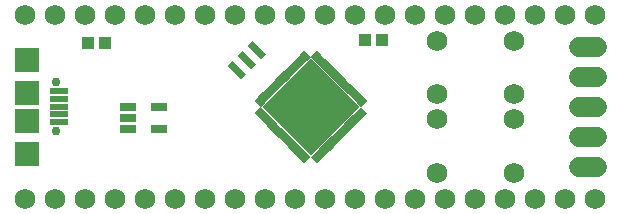
<source format=gbr>
G04 EAGLE Gerber RS-274X export*
G75*
%MOMM*%
%FSLAX34Y34*%
%LPD*%
%INSoldermask Top*%
%IPPOS*%
%AMOC8*
5,1,8,0,0,1.08239X$1,22.5*%
G01*
%ADD10R,1.603197X0.603200*%
%ADD11R,0.503200X0.753200*%
%ADD12R,5.803200X5.803200*%
%ADD13R,1.003200X1.003200*%
%ADD14C,1.727200*%
%ADD15R,1.403200X0.753200*%
%ADD16C,1.727200*%
%ADD17R,1.553200X0.603200*%
%ADD18R,2.103200X2.003200*%
%ADD19R,2.103200X2.103200*%
%ADD20C,0.753200*%


D10*
G36*
X-41955Y154673D02*
X-53290Y166008D01*
X-49025Y170273D01*
X-37690Y158938D01*
X-41955Y154673D01*
G37*
G36*
X-50440Y146188D02*
X-61775Y157523D01*
X-57510Y161788D01*
X-46175Y150453D01*
X-50440Y146188D01*
G37*
G36*
X-58925Y137702D02*
X-70260Y149037D01*
X-65995Y153302D01*
X-54660Y141967D01*
X-58925Y137702D01*
G37*
D11*
G36*
X-8565Y158534D02*
X-5006Y162093D01*
X319Y156768D01*
X-3240Y153209D01*
X-8565Y158534D01*
G37*
G36*
X-12101Y154997D02*
X-8542Y158556D01*
X-3217Y153231D01*
X-6776Y149672D01*
X-12101Y154997D01*
G37*
G36*
X-15638Y151460D02*
X-12079Y155019D01*
X-6754Y149694D01*
X-10313Y146135D01*
X-15638Y151460D01*
G37*
G36*
X-19174Y147924D02*
X-15615Y151483D01*
X-10290Y146158D01*
X-13849Y142599D01*
X-19174Y147924D01*
G37*
G36*
X-22710Y144388D02*
X-19151Y147947D01*
X-13826Y142622D01*
X-17385Y139063D01*
X-22710Y144388D01*
G37*
G36*
X-26246Y140852D02*
X-22687Y144411D01*
X-17362Y139086D01*
X-20921Y135527D01*
X-26246Y140852D01*
G37*
G36*
X-29783Y137315D02*
X-26224Y140874D01*
X-20899Y135549D01*
X-24458Y131990D01*
X-29783Y137315D01*
G37*
G36*
X-33320Y133778D02*
X-29761Y137337D01*
X-24436Y132012D01*
X-27995Y128453D01*
X-33320Y133778D01*
G37*
G36*
X-36856Y130242D02*
X-33297Y133801D01*
X-27972Y128476D01*
X-31531Y124917D01*
X-36856Y130242D01*
G37*
G36*
X-40392Y126706D02*
X-36833Y130265D01*
X-31508Y124940D01*
X-35067Y121381D01*
X-40392Y126706D01*
G37*
G36*
X-43929Y123169D02*
X-40370Y126728D01*
X-35045Y121403D01*
X-38604Y117844D01*
X-43929Y123169D01*
G37*
G36*
X-47465Y119633D02*
X-43906Y123192D01*
X-38581Y117867D01*
X-42140Y114308D01*
X-47465Y119633D01*
G37*
G36*
X-42140Y114292D02*
X-38581Y110733D01*
X-43906Y105408D01*
X-47465Y108967D01*
X-42140Y114292D01*
G37*
G36*
X-38604Y110756D02*
X-35045Y107197D01*
X-40370Y101872D01*
X-43929Y105431D01*
X-38604Y110756D01*
G37*
G36*
X-35067Y107219D02*
X-31508Y103660D01*
X-36833Y98335D01*
X-40392Y101894D01*
X-35067Y107219D01*
G37*
G36*
X-31531Y103683D02*
X-27972Y100124D01*
X-33297Y94799D01*
X-36856Y98358D01*
X-31531Y103683D01*
G37*
G36*
X-27995Y100147D02*
X-24436Y96588D01*
X-29761Y91263D01*
X-33320Y94822D01*
X-27995Y100147D01*
G37*
G36*
X-24458Y96610D02*
X-20899Y93051D01*
X-26224Y87726D01*
X-29783Y91285D01*
X-24458Y96610D01*
G37*
G36*
X-20921Y93073D02*
X-17362Y89514D01*
X-22687Y84189D01*
X-26246Y87748D01*
X-20921Y93073D01*
G37*
G36*
X-17385Y89537D02*
X-13826Y85978D01*
X-19151Y80653D01*
X-22710Y84212D01*
X-17385Y89537D01*
G37*
G36*
X-13849Y86001D02*
X-10290Y82442D01*
X-15615Y77117D01*
X-19174Y80676D01*
X-13849Y86001D01*
G37*
G36*
X-10313Y82465D02*
X-6754Y78906D01*
X-12079Y73581D01*
X-15638Y77140D01*
X-10313Y82465D01*
G37*
G36*
X-6776Y78928D02*
X-3217Y75369D01*
X-8542Y70044D01*
X-12101Y73603D01*
X-6776Y78928D01*
G37*
G36*
X-3240Y75391D02*
X319Y71832D01*
X-5006Y66507D01*
X-8565Y70066D01*
X-3240Y75391D01*
G37*
G36*
X335Y71832D02*
X3894Y75391D01*
X9219Y70066D01*
X5660Y66507D01*
X335Y71832D01*
G37*
G36*
X3871Y75369D02*
X7430Y78928D01*
X12755Y73603D01*
X9196Y70044D01*
X3871Y75369D01*
G37*
G36*
X7408Y78906D02*
X10967Y82465D01*
X16292Y77140D01*
X12733Y73581D01*
X7408Y78906D01*
G37*
G36*
X10945Y82442D02*
X14504Y86001D01*
X19829Y80676D01*
X16270Y77117D01*
X10945Y82442D01*
G37*
G36*
X14481Y85978D02*
X18040Y89537D01*
X23365Y84212D01*
X19806Y80653D01*
X14481Y85978D01*
G37*
G36*
X18017Y89514D02*
X21576Y93073D01*
X26901Y87748D01*
X23342Y84189D01*
X18017Y89514D01*
G37*
G36*
X21554Y93051D02*
X25113Y96610D01*
X30438Y91285D01*
X26879Y87726D01*
X21554Y93051D01*
G37*
G36*
X25090Y96588D02*
X28649Y100147D01*
X33974Y94822D01*
X30415Y91263D01*
X25090Y96588D01*
G37*
G36*
X28626Y100124D02*
X32185Y103683D01*
X37510Y98358D01*
X33951Y94799D01*
X28626Y100124D01*
G37*
G36*
X32163Y103660D02*
X35722Y107219D01*
X41047Y101894D01*
X37488Y98335D01*
X32163Y103660D01*
G37*
G36*
X35700Y107197D02*
X39259Y110756D01*
X44584Y105431D01*
X41025Y101872D01*
X35700Y107197D01*
G37*
G36*
X39236Y110733D02*
X42795Y114292D01*
X48120Y108967D01*
X44561Y105408D01*
X39236Y110733D01*
G37*
G36*
X44561Y123192D02*
X48120Y119633D01*
X42795Y114308D01*
X39236Y117867D01*
X44561Y123192D01*
G37*
G36*
X41025Y126728D02*
X44584Y123169D01*
X39259Y117844D01*
X35700Y121403D01*
X41025Y126728D01*
G37*
G36*
X37488Y130265D02*
X41047Y126706D01*
X35722Y121381D01*
X32163Y124940D01*
X37488Y130265D01*
G37*
G36*
X33951Y133801D02*
X37510Y130242D01*
X32185Y124917D01*
X28626Y128476D01*
X33951Y133801D01*
G37*
G36*
X30415Y137337D02*
X33974Y133778D01*
X28649Y128453D01*
X25090Y132012D01*
X30415Y137337D01*
G37*
G36*
X26879Y140874D02*
X30438Y137315D01*
X25113Y131990D01*
X21554Y135549D01*
X26879Y140874D01*
G37*
G36*
X23342Y144411D02*
X26901Y140852D01*
X21576Y135527D01*
X18017Y139086D01*
X23342Y144411D01*
G37*
G36*
X19806Y147947D02*
X23365Y144388D01*
X18040Y139063D01*
X14481Y142622D01*
X19806Y147947D01*
G37*
G36*
X16270Y151483D02*
X19829Y147924D01*
X14504Y142599D01*
X10945Y146158D01*
X16270Y151483D01*
G37*
G36*
X12733Y155019D02*
X16292Y151460D01*
X10967Y146135D01*
X7408Y149694D01*
X12733Y155019D01*
G37*
G36*
X9196Y158556D02*
X12755Y154997D01*
X7430Y149672D01*
X3871Y153231D01*
X9196Y158556D01*
G37*
G36*
X5660Y162093D02*
X9219Y158534D01*
X3894Y153209D01*
X335Y156768D01*
X5660Y162093D01*
G37*
D12*
G36*
X327Y73266D02*
X-40707Y114300D01*
X327Y155334D01*
X41361Y114300D01*
X327Y73266D01*
G37*
D13*
X-173475Y168275D03*
X-188475Y168275D03*
D14*
X227330Y165100D02*
X242570Y165100D01*
X242570Y139700D02*
X227330Y139700D01*
X227330Y114300D02*
X242570Y114300D01*
X242570Y88900D02*
X227330Y88900D01*
X227330Y63500D02*
X242570Y63500D01*
D15*
X-154288Y114275D03*
X-154288Y104775D03*
X-154288Y95275D03*
X-128288Y95275D03*
X-128288Y114275D03*
D16*
X172212Y125032D03*
X172212Y170244D03*
X107188Y125032D03*
X107188Y170244D03*
D17*
X-212963Y114300D03*
X-212963Y107800D03*
X-212963Y120800D03*
X-212963Y127300D03*
X-212963Y101300D03*
D18*
X-239713Y74300D03*
D19*
X-239713Y102300D03*
X-239713Y126300D03*
D18*
X-239713Y154300D03*
D20*
X-215213Y135050D03*
X-215213Y93550D03*
D16*
X241300Y36513D03*
X215900Y36513D03*
X190500Y36513D03*
X165100Y36513D03*
X139700Y36513D03*
X114300Y36513D03*
X88900Y36513D03*
X63500Y36513D03*
X38100Y36513D03*
X12700Y36513D03*
X-12700Y36513D03*
X-38100Y36513D03*
X-63500Y36513D03*
X-88900Y36513D03*
X-114300Y36513D03*
X-139700Y36513D03*
X-165100Y36513D03*
X-190500Y36513D03*
X-215900Y36513D03*
X-241300Y36513D03*
X-241300Y192088D03*
X-215900Y192088D03*
X-190500Y192088D03*
X-165100Y192088D03*
X-139700Y192088D03*
X-114300Y192088D03*
X-88900Y192088D03*
X-63500Y192088D03*
X-38100Y192088D03*
X-12700Y192088D03*
X12700Y192088D03*
X38100Y192088D03*
X63500Y192088D03*
X88900Y192088D03*
X114300Y192088D03*
X139700Y192088D03*
X165100Y192088D03*
X190500Y192088D03*
X215900Y192088D03*
X241300Y192088D03*
X106998Y103569D03*
X106998Y58357D03*
X172022Y103569D03*
X172022Y58357D03*
D13*
X46010Y170985D03*
X61010Y170985D03*
M02*

</source>
